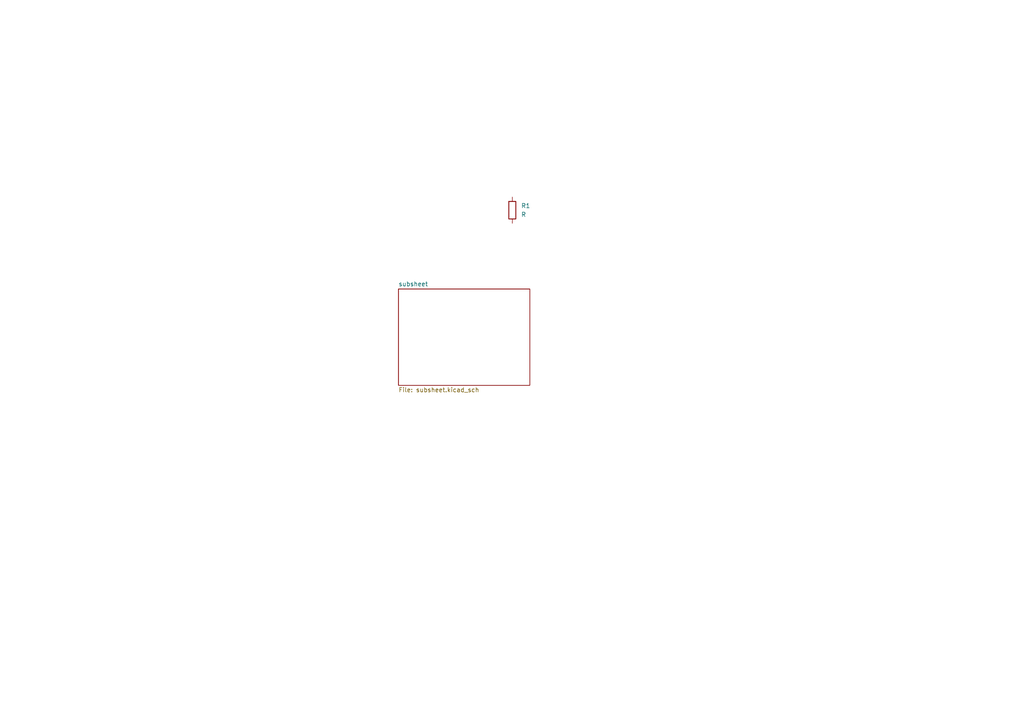
<source format=kicad_sch>
(kicad_sch (version 20211123) (generator eeschema)
  (paper "A4")
  (lib_symbols
    (symbol "Device:R" (pin_numbers hide) (pin_names (offset 0))
      (property "Reference" "R" (at 2.032 0 90))
      (property "Value" "R" (at 0 0 90))
      (symbol "R_0_1"
        (rectangle (start -1.016 -2.54) (end 1.016 2.54) (stroke (width 0.254)))
      )
      (symbol "R_1_1"
        (pin passive line (at 0 3.81 270) (length 1.27) (name "~") (number "1"))
        (pin passive line (at 0 -3.81 90) (length 1.27) (name "~") (number "2"))
      )
    )
  )
  (symbol (lib_id "Device:R") (at 148.59 60.96 0) (unit 1)
    (property "Reference" "R1" (at 151.13 59.6899 0) (effects (justify left)))
    (property "Value" "R" (at 151.13 62.2299 0) (effects (justify left)))
  )
  (sheet (at 115.57 83.82) (size 38.1 27.94) (stroke (width 0.1524))
    (property "Sheet name" "subsheet" (at 115.57 83.1084 0) (effects (justify left bottom)))
    (property "Sheet file" "subsheet.kicad_sch" (at 115.57 112.3446 0) (effects (justify left top)))
  )
)
</source>
